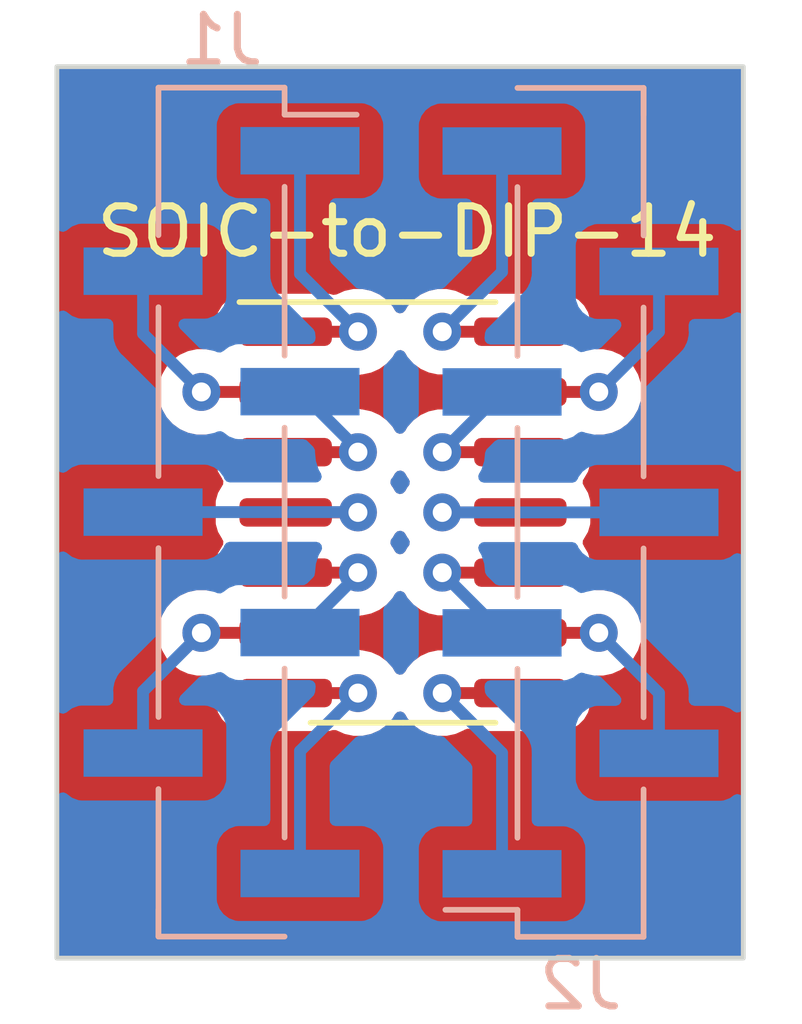
<source format=kicad_pcb>
(kicad_pcb (version 20221018) (generator pcbnew)
  (title_block (title "SOIC-to-DIP-14 Adapter") (date "2023-12-06"))
  (layers (0 "F.Cu" signal) (31 "B.Cu" signal) (34 "B.Paste" user) (35 "F.Paste" user) (36 "B.SilkS" user "B.Silkscreen") (37 "F.SilkS" user "F.Silkscreen") (38 "B.Mask" user) (39 "F.Mask" user) (44 "Edge.Cuts" user))
  (net 0 "")
  (net 1 "1")
  (net 2 "2")
  (net 3 "3")
  (net 4 "4")
  (net 5 "5")
  (net 6 "6")
  (net 7 "7")
  (net 8 "8")
  (net 9 "9")
  (net 10 "10")
  (net 11 "11")
  (net 12 "12")
  (net 13 "13")
  (net 14 "14")
  (footprint "Package_SO:SOIC-14_3.9x8.7mm_P1.27mm" (layer "F.Cu") (at 141.159 107.95)
    (fp_text reference "U1" hide)
    (fp_text value "ATtiny1614-SS" hide)
    (fp_line (start 0 -4.435) (end -3.45 -4.435) (stroke (width 0.12)) (layer "F.SilkS"))
    (fp_line (start 0 -4.435) (end 1.95 -4.435) (stroke (width 0.12)) (layer "F.SilkS"))
    (fp_line (start 0 4.435) (end -1.95 4.435) (stroke (width 0.12)) (layer "F.SilkS"))
    (fp_line (start 0 4.435) (end 1.95 4.435) (stroke (width 0.12)) (layer "F.SilkS"))
    (pad "1" smd roundrect (at -2.475 -3.81) (size 1.95 0.6) (layers "F.Cu" "F.Paste" "F.Mask") (net 1 "1"))
    (pad "2" smd roundrect (at -2.475 -2.54) (size 1.95 0.6) (layers "F.Cu" "F.Paste" "F.Mask") (net 2 "2"))
    (pad "3" smd roundrect (at -2.475 -1.27) (size 1.95 0.6) (layers "F.Cu" "F.Paste" "F.Mask") (net 3 "3"))
    (pad "4" smd roundrect (at -2.475 0) (size 1.95 0.6) (layers "F.Cu" "F.Paste" "F.Mask") (net 4 "4"))
    (pad "5" smd roundrect (at -2.475 1.27) (size 1.95 0.6) (layers "F.Cu" "F.Paste" "F.Mask") (net 5 "5"))
    (pad "6" smd roundrect (at -2.475 2.54) (size 1.95 0.6) (layers "F.Cu" "F.Paste" "F.Mask") (net 6 "6"))
    (pad "7" smd roundrect (at -2.475 3.81) (size 1.95 0.6) (layers "F.Cu" "F.Paste" "F.Mask") (net 7 "7"))
    (pad "8" smd roundrect (at 2.475 3.81) (size 1.95 0.6) (layers "F.Cu" "F.Paste" "F.Mask") (net 8 "8"))
    (pad "9" smd roundrect (at 2.475 2.54) (size 1.95 0.6) (layers "F.Cu" "F.Paste" "F.Mask") (net 9 "9"))
    (pad "10" smd roundrect (at 2.475 1.27) (size 1.95 0.6) (layers "F.Cu" "F.Paste" "F.Mask") (net 10 "10"))
    (pad "11" smd roundrect (at 2.475 0) (size 1.95 0.6) (layers "F.Cu" "F.Paste" "F.Mask") (net 11 "11"))
    (pad "12" smd roundrect (at 2.475 -1.27) (size 1.95 0.6) (layers "F.Cu" "F.Paste" "F.Mask") (net 12 "12"))
    (pad "13" smd roundrect (at 2.475 -2.54) (size 1.95 0.6) (layers "F.Cu" "F.Paste" "F.Mask") (net 13 "13"))
    (pad "14" smd roundrect (at 2.475 -3.81) (size 1.95 0.6) (layers "F.Cu" "F.Paste" "F.Mask") (net 14 "14"))
  )
  (footprint "Connector_PinHeader_2.54mm:PinHeader_1x07_P2.54mm_Vertical_SMD_Pin1Left" (layer "B.Cu") (at 137.331 107.944 180)
    (fp_text reference "J1" (at 0 9.95) (layer "B.SilkS") (effects (justify mirror)))
    (fp_text value "Conn_01x07")
    (fp_line (start -1.33 -8.95) (end 1.33 -8.95) (stroke (width 0.12)) (layer "B.SilkS"))
    (fp_line (start -1.33 -3.3) (end -1.33 -6.86) (stroke (width 0.12)) (layer "B.SilkS"))
    (fp_line (start -1.33 1.78) (end -1.33 -1.78) (stroke (width 0.12)) (layer "B.SilkS"))
    (fp_line (start -1.33 6.86) (end -1.33 3.3) (stroke (width 0.12)) (layer "B.SilkS"))
    (fp_line (start -1.33 8.38) (end -2.85 8.38) (stroke (width 0.12)) (layer "B.SilkS"))
    (fp_line (start -1.33 8.95) (end -1.33 8.38) (stroke (width 0.12)) (layer "B.SilkS"))
    (fp_line (start -1.33 8.95) (end 1.33 8.95) (stroke (width 0.12)) (layer "B.SilkS"))
    (fp_line (start 1.33 -8.38) (end 1.33 -8.95) (stroke (width 0.12)) (layer "B.SilkS"))
    (fp_line (start 1.33 -5.84) (end 1.33 -8.95) (stroke (width 0.12)) (layer "B.SilkS"))
    (fp_line (start 1.33 -0.76) (end 1.33 -4.32) (stroke (width 0.12)) (layer "B.SilkS"))
    (fp_line (start 1.33 4.32) (end 1.33 0.76) (stroke (width 0.12)) (layer "B.SilkS"))
    (fp_line (start 1.33 8.95) (end 1.33 5.84) (stroke (width 0.12)) (layer "B.SilkS"))
    (pad "1" smd rect (at -1.655 7.62 180) (size 2.51 1) (layers "B.Cu" "B.Paste" "B.Mask") (net 1 "1"))
    (pad "2" smd rect (at 1.655 5.08 180) (size 2.51 1) (layers "B.Cu" "B.Paste" "B.Mask") (net 2 "2"))
    (pad "3" smd rect (at -1.655 2.54 180) (size 2.51 1) (layers "B.Cu" "B.Paste" "B.Mask") (net 3 "3"))
    (pad "4" smd rect (at 1.655 0 180) (size 2.51 1) (layers "B.Cu" "B.Paste" "B.Mask") (net 4 "4"))
    (pad "5" smd rect (at -1.655 -2.54 180) (size 2.51 1) (layers "B.Cu" "B.Paste" "B.Mask") (net 5 "5"))
    (pad "6" smd rect (at 1.655 -5.08 180) (size 2.51 1) (layers "B.Cu" "B.Paste" "B.Mask") (net 6 "6"))
    (pad "7" smd rect (at -1.655 -7.62 180) (size 2.51 1) (layers "B.Cu" "B.Paste" "B.Mask") (net 7 "7"))
  )
  (footprint "Connector_PinHeader_2.54mm:PinHeader_1x07_P2.54mm_Vertical_SMD_Pin1Left" (layer "B.Cu") (at 144.903 107.95)
    (fp_text reference "J2" (at 0 9.95) (layer "B.SilkS") (effects (justify mirror)))
    (fp_text value "Conn_01x07")
    (fp_line (start -1.33 -8.95) (end 1.33 -8.95) (stroke (width 0.12)) (layer "B.SilkS"))
    (fp_line (start -1.33 -3.3) (end -1.33 -6.86) (stroke (width 0.12)) (layer "B.SilkS"))
    (fp_line (start -1.33 1.78) (end -1.33 -1.78) (stroke (width 0.12)) (layer "B.SilkS"))
    (fp_line (start -1.33 6.86) (end -1.33 3.3) (stroke (width 0.12)) (layer "B.SilkS"))
    (fp_line (start -1.33 8.38) (end -2.85 8.38) (stroke (width 0.12)) (layer "B.SilkS"))
    (fp_line (start -1.33 8.95) (end -1.33 8.38) (stroke (width 0.12)) (layer "B.SilkS"))
    (fp_line (start -1.33 8.95) (end 1.33 8.95) (stroke (width 0.12)) (layer "B.SilkS"))
    (fp_line (start 1.33 -8.38) (end 1.33 -8.95) (stroke (width 0.12)) (layer "B.SilkS"))
    (fp_line (start 1.33 -5.84) (end 1.33 -8.95) (stroke (width 0.12)) (layer "B.SilkS"))
    (fp_line (start 1.33 -0.76) (end 1.33 -4.32) (stroke (width 0.12)) (layer "B.SilkS"))
    (fp_line (start 1.33 4.32) (end 1.33 0.76) (stroke (width 0.12)) (layer "B.SilkS"))
    (fp_line (start 1.33 8.95) (end 1.33 5.84) (stroke (width 0.12)) (layer "B.SilkS"))
    (pad "1" smd rect (at -1.655 7.62) (size 2.51 1) (layers "B.Cu" "B.Paste" "B.Mask") (net 8 "8"))
    (pad "2" smd rect (at 1.655 5.08) (size 2.51 1) (layers "B.Cu" "B.Paste" "B.Mask") (net 9 "9"))
    (pad "3" smd rect (at -1.655 2.54) (size 2.51 1) (layers "B.Cu" "B.Paste" "B.Mask") (net 10 "10"))
    (pad "4" smd rect (at 1.655 0) (size 2.51 1) (layers "B.Cu" "B.Paste" "B.Mask") (net 11 "11"))
    (pad "5" smd rect (at -1.655 -2.54) (size 2.51 1) (layers "B.Cu" "B.Paste" "B.Mask") (net 12 "12"))
    (pad "6" smd rect (at 1.655 -5.08) (size 2.51 1) (layers "B.Cu" "B.Paste" "B.Mask") (net 13 "13"))
    (pad "7" smd rect (at -1.655 -7.62) (size 2.51 1) (layers "B.Cu" "B.Paste" "B.Mask") (net 14 "14"))
  )
  (gr_rect (start 133.858 98.552) (end 148.336 117.348) (stroke (width 0.1)) (fill none) (layer "Edge.Cuts"))
  (gr_text "SOIC-to-DIP-14" (at 134.62 102.616) (layer "F.SilkS") (effects (font (size 1 1)) (justify left bottom)))
  (segment (start 138.684 104.14) (end 140.208 104.14) (width 0.25) (layer "F.Cu") (net 1))
  (via (at 140.208 104.14) (size 0.8) (drill 0.4) (layers "F.Cu" "B.Cu") (net 1))
  (segment (start 138.938 100.372) (end 138.986 100.324) (width 0.25) (layer "B.Cu") (net 1))
  (segment (start 138.986 102.918) (end 138.986 100.324) (width 0.25) (layer "B.Cu") (net 1))
  (segment (start 140.208 104.14) (end 138.986 102.918) (width 0.25) (layer "B.Cu") (net 1))
  (segment (start 138.684 105.41) (end 136.906 105.41) (width 0.25) (layer "F.Cu") (net 2))
  (via (at 136.906 105.41) (size 0.8) (drill 0.4) (layers "F.Cu" "B.Cu") (net 2))
  (segment (start 135.676 104.18) (end 135.676 102.864) (width 0.25) (layer "B.Cu") (net 2))
  (segment (start 136.906 105.41) (end 135.676 104.18) (width 0.25) (layer "B.Cu") (net 2))
  (segment (start 135.636 102.904) (end 135.676 102.864) (width 0.25) (layer "B.Cu") (net 2))
  (segment (start 138.684 106.68) (end 140.208 106.68) (width 0.25) (layer "F.Cu") (net 3))
  (via (at 140.208 106.68) (size 0.8) (drill 0.4) (layers "F.Cu" "B.Cu") (net 3))
  (segment (start 140.208 106.626) (end 138.986 105.404) (width 0.25) (layer "B.Cu") (net 3))
  (segment (start 140.208 106.68) (end 140.208 106.626) (width 0.25) (layer "B.Cu") (net 3))
  (segment (start 138.684 107.95) (end 140.208 107.95) (width 0.25) (layer "F.Cu") (net 4))
  (via (at 140.208 107.95) (size 0.8) (drill 0.4) (layers "F.Cu" "B.Cu") (net 4))
  (segment (start 140.202 107.944) (end 135.676 107.944) (width 0.25) (layer "B.Cu") (net 4))
  (segment (start 140.208 107.95) (end 140.202 107.944) (width 0.25) (layer "B.Cu") (net 4))
  (segment (start 138.684 109.22) (end 140.208 109.22) (width 0.25) (layer "F.Cu") (net 5))
  (via (at 140.208 109.22) (size 0.8) (drill 0.4) (layers "F.Cu" "B.Cu") (net 5))
  (segment (start 140.208 109.262) (end 138.986 110.484) (width 0.25) (layer "B.Cu") (net 5))
  (segment (start 140.208 109.22) (end 140.208 109.262) (width 0.25) (layer "B.Cu") (net 5))
  (segment (start 138.684 110.49) (end 136.906 110.49) (width 0.25) (layer "F.Cu") (net 6))
  (via (at 136.906 110.49) (size 0.8) (drill 0.4) (layers "F.Cu" "B.Cu") (net 6))
  (segment (start 135.636 112.984) (end 135.676 113.024) (width 0.25) (layer "B.Cu") (net 6))
  (segment (start 136.906 110.49) (end 135.676 111.72) (width 0.25) (layer "B.Cu") (net 6))
  (segment (start 135.676 111.72) (end 135.676 113.024) (width 0.25) (layer "B.Cu") (net 6))
  (segment (start 138.684 111.76) (end 140.208 111.76) (width 0.25) (layer "F.Cu") (net 7))
  (via (at 140.208 111.76) (size 0.8) (drill 0.4) (layers "F.Cu" "B.Cu") (net 7))
  (segment (start 138.986 112.982) (end 138.986 115.564) (width 0.25) (layer "B.Cu") (net 7))
  (segment (start 140.208 111.76) (end 138.986 112.982) (width 0.25) (layer "B.Cu") (net 7))
  (segment (start 138.938 115.516) (end 138.986 115.564) (width 0.25) (layer "B.Cu") (net 7))
  (segment (start 143.634 111.76) (end 141.986 111.76) (width 0.25) (layer "F.Cu") (net 8))
  (via (at 141.986 111.76) (size 0.8) (drill 0.4) (layers "F.Cu" "B.Cu") (net 8))
  (segment (start 143.248 113.022) (end 143.248 115.57) (width 0.25) (layer "B.Cu") (net 8))
  (segment (start 141.986 111.76) (end 143.248 113.022) (width 0.25) (layer "B.Cu") (net 8))
  (segment (start 143.634 110.49) (end 145.288 110.49) (width 0.25) (layer "F.Cu") (net 9))
  (via (at 145.288 110.49) (size 0.8) (drill 0.4) (layers "F.Cu" "B.Cu") (net 9))
  (segment (start 146.558 111.76) (end 146.558 113.03) (width 0.25) (layer "B.Cu") (net 9))
  (segment (start 145.288 110.49) (end 146.558 111.76) (width 0.25) (layer "B.Cu") (net 9))
  (segment (start 143.634 109.22) (end 141.986 109.22) (width 0.25) (layer "F.Cu") (net 10))
  (via (at 141.986 109.22) (size 0.8) (drill 0.4) (layers "F.Cu" "B.Cu") (net 10))
  (segment (start 141.986 109.22) (end 141.986 109.228) (width 0.25) (layer "B.Cu") (net 10))
  (segment (start 141.986 109.228) (end 143.248 110.49) (width 0.25) (layer "B.Cu") (net 10))
  (segment (start 143.634 107.95) (end 141.986 107.95) (width 0.25) (layer "F.Cu") (net 11))
  (via (at 141.986 107.95) (size 0.8) (drill 0.4) (layers "F.Cu" "B.Cu") (net 11))
  (segment (start 141.986 107.95) (end 146.558 107.95) (width 0.25) (layer "B.Cu") (net 11))
  (segment (start 143.634 106.68) (end 141.986 106.68) (width 0.25) (layer "F.Cu") (net 12))
  (via (at 141.986 106.68) (size 0.8) (drill 0.4) (layers "F.Cu" "B.Cu") (net 12))
  (segment (start 141.986 106.672) (end 143.248 105.41) (width 0.25) (layer "B.Cu") (net 12))
  (segment (start 141.986 106.68) (end 141.986 106.672) (width 0.25) (layer "B.Cu") (net 12))
  (segment (start 143.634 105.41) (end 145.288 105.41) (width 0.25) (layer "F.Cu") (net 13))
  (via (at 145.288 105.41) (size 0.8) (drill 0.4) (layers "F.Cu" "B.Cu") (net 13))
  (segment (start 146.558 104.14) (end 146.558 102.87) (width 0.25) (layer "B.Cu") (net 13))
  (segment (start 145.288 105.41) (end 146.558 104.14) (width 0.25) (layer "B.Cu") (net 13))
  (segment (start 143.634 104.14) (end 141.986 104.14) (width 0.25) (layer "F.Cu") (net 14))
  (via (at 141.986 104.14) (size 0.8) (drill 0.4) (layers "F.Cu" "B.Cu") (net 14))
  (segment (start 143.248 102.878) (end 143.248 100.33) (width 0.25) (layer "B.Cu") (net 14))
  (segment (start 143.256 100.338) (end 143.248 100.33) (width 0.25) (layer "B.Cu") (net 14))
  (segment (start 141.986 104.14) (end 143.248 102.878) (width 0.25) (layer "B.Cu") (net 14))
  (zone (net 0) (net_name "") (layers "F&B.Cu") (connect_pads (clearance 0.5)) (min_thickness 0.25) (fill yes (thermal_gap 0.5) (thermal_bridge_width 0.5) (island_removal_mode 1) (island_area_min 10))
    (polygon (pts (xy 133.858 98.552) (xy 148.336 98.552) (xy 148.336 117.348) (xy 133.858 117.348)))
  )
)
</source>
